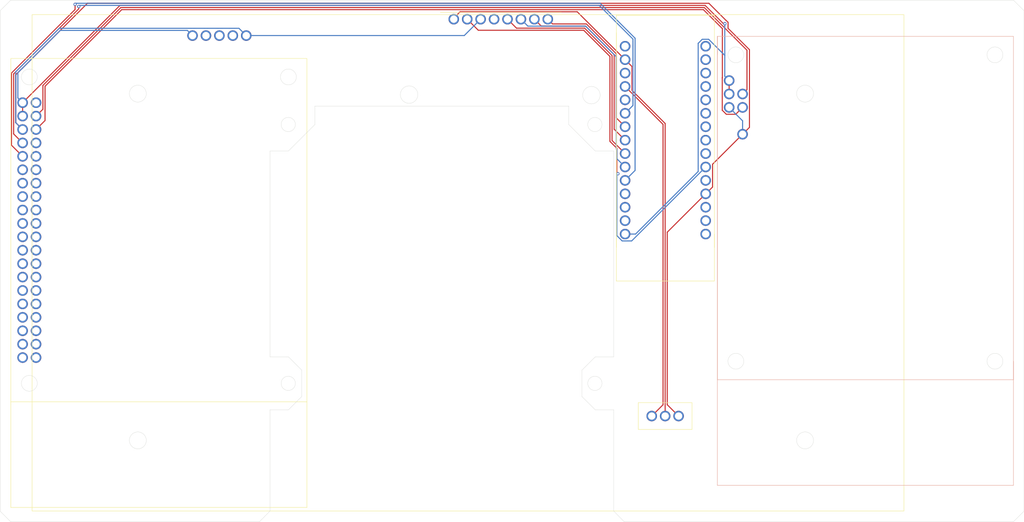
<source format=kicad_pcb>
(kicad_pcb (version 20240108) (generator "pcbnew") (generator_version "8.0")
  (layers (0 "F.Cu" signal) (31 "B.Cu" signal) (34 "B.Paste" user) (35 "F.Paste" user) (36 "B.SilkS" user "B.Silkscreen") (37 "F.SilkS" user "F.Silkscreen") (38 "B.Mask" user) (39 "F.Mask" user) (44 "Edge.Cuts" user))
  (net 0 "")
  (net 3 "/PB00")
  (net 5 "/PA03")
  (net 6 "/3.3V")
  (net 13 "/PA04")
  (net 17 "/PA07")
  (net 18 "/PA05")
  (net 19 "/5V")
  (net 20 "/GND")
  (net 24 "/PA00")
  (net 26 "/PA06")
  (net 28 "/PA02")
  (net 46 "/GPIO 03")
  (net 62 "/GPIO 02")
  (footprint "NUCLEO-F303K8:NUCLEO-F303K8" (layer "F.Cu") (at 194.1 88 180)
    (property "Reference" "U1" (hide yes))
    (property "Value" "~" (hide yes))
    (fp_line (start 20.7 53.465) (end 2.16 53.465) (stroke (width 0.1)) (layer "F.SilkS"))
    (fp_line (start 20.7 50.165) (end 20.7 12.065) (stroke (width 0.1)) (layer "F.SilkS"))
    (fp_line (start 20.7 12.065) (end 20.7 9.525) (stroke (width 0.1)) (layer "F.SilkS"))
    (fp_line (start 20.7 3.175) (end 20.7 53.465) (stroke (width 0.1)) (layer "F.SilkS"))
    (fp_line (start 20.7 3.175) (end 2.16 3.175) (stroke (width 0.1)) (layer "F.SilkS"))
    (fp_line (start 2.16 53.465) (end 2.16 3.175) (stroke (width 0.1)) (layer "F.SilkS"))
    (fp_line (start 2.16 9.525) (end 2.16 12.065) (stroke (width 0.1)) (layer "F.SilkS"))
    (pad "1" thru_hole circle (at 3.81 12.065 180) (size 2 2) (drill 1.4) (layers "*.Cu" "*.Mask"))
    (pad "2" thru_hole circle (at 19.05 12.065 180) (size 2 2) (drill 1.4) (layers "*.Cu" "*.Mask") (net 19 "/5V"))
    (pad "3" thru_hole circle (at 3.81 14.605 180) (size 2 2) (drill 1.4) (layers "*.Cu" "*.Mask"))
    (pad "4" thru_hole circle (at 19.05 14.605 180) (size 2 2) (drill 1.4) (layers "*.Cu" "*.Mask"))
    (pad "5" thru_hole circle (at 3.81 17.145 180) (size 2 2) (drill 1.4) (layers "*.Cu" "*.Mask"))
    (pad "6" thru_hole circle (at 19.05 17.145 180) (size 2 2) (drill 1.4) (layers "*.Cu" "*.Mask"))
    (pad "7" thru_hole circle (at 3.81 19.685 180) (size 2 2) (drill 1.4) (layers "*.Cu" "*.Mask") (net 20 "/GND"))
    (pad "8" thru_hole circle (at 19.05 19.685 180) (size 2 2) (drill 1.4) (layers "*.Cu" "*.Mask"))
    (pad "9" thru_hole circle (at 3.81 22.225 180) (size 2 2) (drill 1.4) (layers "*.Cu" "*.Mask"))
    (pad "10" thru_hole circle (at 19.05 22.225 180) (size 2 2) (drill 1.4) (layers "*.Cu" "*.Mask") (net 28 "/PA02"))
    (pad "11" thru_hole circle (at 3.81 24.765 180) (size 2 2) (drill 1.4) (layers "*.Cu" "*.Mask") (net 3 "/PB00"))
    (pad "12" thru_hole circle (at 19.05 24.765 180) (size 2 2) (drill 1.4) (layers "*.Cu" "*.Mask") (net 17 "/PA07"))
    (pad "13" thru_hole circle (at 3.81 27.305 180) (size 2 2) (drill 1.4) (layers "*.Cu" "*.Mask"))
    (pad "14" thru_hole circle (at 19.05 27.305 180) (size 2 2) (drill 1.4) (layers "*.Cu" "*.Mask") (net 26 "/PA06"))
    (pad "15" thru_hole circle (at 3.81 29.845 180) (size 2 2) (drill 1.4) (layers "*.Cu" "*.Mask"))
    (pad "16" thru_hole circle (at 19.05 29.845 180) (size 2 2) (drill 1.4) (layers "*.Cu" "*.Mask") (net 18 "/PA05"))
    (pad "17" thru_hole circle (at 3.81 32.385 180) (size 2 2) (drill 1.4) (layers "*.Cu" "*.Mask"))
    (pad "18" thru_hole circle (at 19.05 32.385 180) (size 2 2) (drill 1.4) (layers "*.Cu" "*.Mask") (net 13 "/PA04"))
    (pad "19" thru_hole circle (at 3.81 34.925 180) (size 2 2) (drill 1.4) (layers "*.Cu" "*.Mask"))
    (pad "20" thru_hole circle (at 19.05 34.925 180) (size 2 2) (drill 1.4) (layers "*.Cu" "*.Mask") (net 5 "/PA03"))
    (pad "21" thru_hole circle (at 3.81 37.465 180) (size 2 2) (drill 1.4) (layers "*.Cu" "*.Mask"))
    (pad "22" thru_hole circle (at 19.05 37.465 180) (size 2 2) (drill 1.4) (layers "*.Cu" "*.Mask"))
    (pad "23" thru_hole circle (at 3.81 40.005 180) (size 2 2) (drill 1.4) (layers "*.Cu" "*.Mask"))
    (pad "24" thru_hole circle (at 19.05 40.005 180) (size 2 2) (drill 1.4) (layers "*.Cu" "*.Mask") (net 24 "/PA00"))
    (pad "25" thru_hole circle (at 3.81 42.545 180) (size 2 2) (drill 1.4) (layers "*.Cu" "*.Mask"))
    (pad "26" thru_hole circle (at 19.05 42.545 180) (size 2 2) (drill 1.4) (layers "*.Cu" "*.Mask"))
    (pad "27" thru_hole circle (at 3.81 45.085 180) (size 2 2) (drill 1.4) (layers "*.Cu" "*.Mask"))
    (pad "28" thru_hole circle (at 19.05 45.085 180) (size 2 2) (drill 1.4) (layers "*.Cu" "*.Mask") (net 6 "/3.3V"))
    (pad "29" thru_hole circle (at 3.81 47.625 180) (size 2 2) (drill 1.4) (layers "*.Cu" "*.Mask"))
    (pad "30" thru_hole circle (at 19.05 47.625 180) (size 2 2) (drill 1.4) (layers "*.Cu" "*.Mask"))
  )
  (footprint "PassiveBuzzer:PassiveBuzzer" (layer "F.Cu") (at 187.706 107.8484 -90)
    (property "Reference" "U3" (hide yes))
    (property "Value" "~" (hide yes))
    (fp_rect (start 0 0) (end 5.08 10.16) (stroke (width 0.1)) (fill none) (layer "F.SilkS"))
    (pad "1" thru_hole circle (at 2.54 2.54 270) (size 2 2) (drill 1.4) (layers "*.Cu" "*.Mask") (net 20 "/GND"))
    (pad "2" thru_hole circle (at 2.54 5.08 270) (size 2 2) (drill 1.4) (layers "*.Cu" "*.Mask") (net 6 "/3.3V"))
    (pad "3" thru_hole circle (at 2.54 7.62 270) (size 2 2) (drill 1.4) (layers "*.Cu" "*.Mask") (net 24 "/PA00"))
  )
  (footprint "RC522:RC522" (layer "F.Cu") (at 162.9664 32.7152 -90)
    (property "Reference" "U2" (hide yes))
    (property "Value" "~" (hide yes))
    (fp_line (start 1.27 20.32) (end 1.27 22.86) (stroke (width 0.1)) (layer "F.SilkS"))
    (fp_line (start 1.27 20.32) (end 1.27 0) (stroke (width 0.1)) (layer "F.SilkS"))
    (fp_circle (center 16.82 28.77) (end 18.47 28.77) (stroke (width 0.05)) (fill none) (layer "Edge.Cuts"))
    (fp_circle (center 16.92 -5.71) (end 18.57 -5.71) (stroke (width 0.05)) (fill none) (layer "Edge.Cuts"))
    (pad "1" thru_hole circle (at 2.54 2.54 270) (size 2 2) (drill 1.4) (layers "*.Cu" "*.Mask") (net 13 "/PA04"))
    (pad "2" thru_hole circle (at 2.54 5.08 270) (size 2 2) (drill 1.4) (layers "*.Cu" "*.Mask") (net 18 "/PA05"))
    (pad "3" thru_hole circle (at 2.54 7.62 270) (size 2 2) (drill 1.4) (layers "*.Cu" "*.Mask") (net 17 "/PA07"))
    (pad "4" thru_hole circle (at 2.54 10.16 270) (size 2 2) (drill 1.4) (layers "*.Cu" "*.Mask") (net 26 "/PA06"))
    (pad "5" thru_hole circle (at 2.54 12.7 270) (size 2 2) (drill 1.4) (layers "*.Cu" "*.Mask"))
    (pad "6" thru_hole circle (at 2.54 15.24 270) (size 2 2) (drill 1.4) (layers "*.Cu" "*.Mask") (net 20 "/GND"))
    (pad "7" thru_hole circle (at 2.54 17.78 270) (size 2 2) (drill 1.4) (layers "*.Cu" "*.Mask") (net 3 "/PB00"))
    (pad "8" thru_hole circle (at 2.54 20.32 270) (size 2 2) (drill 1.4) (layers "*.Cu" "*.Mask") (net 6 "/3.3V"))
  )
  (footprint "RaspberryPI_7inch-Display:RaspberryPI_7inch-Display" (layer "F.Cu") (at 107.8388 51.6966)
    (property "Reference" "U6" (hide yes))
    (property "Value" "~" (hide yes))
    (fp_rect (start -44.95 -17.3) (end 119.95 76.67) (stroke (width 0.1)) (fill none) (layer "F.SilkS"))
    (fp_circle (center -24.95 -2.35) (end -23.35 -2.35) (stroke (width 0.05)) (fill none) (layer "Edge.Cuts"))
    (fp_circle (center -24.95 63.3) (end -23.35 63.3) (stroke (width 0.05)) (fill none) (layer "Edge.Cuts"))
    (fp_circle (center 3.5 3.5) (end 4.85 3.5) (stroke (width 0.05)) (fill none) (layer "Edge.Cuts"))
    (fp_circle (center 3.5 52.5) (end 4.85 52.5) (stroke (width 0.05)) (fill none) (layer "Edge.Cuts"))
    (fp_circle (center 61.5 3.5) (end 62.85 3.5) (stroke (width 0.05)) (fill none) (layer "Edge.Cuts"))
    (fp_circle (center 61.5 52.5) (end 62.85 52.5) (stroke (width 0.05)) (fill none) (layer "Edge.Cuts"))
    (fp_circle (center 101.25 -2.35) (end 102.85 -2.35) (stroke (width 0.05)) (fill none) (layer "Edge.Cuts"))
    (fp_circle (center 101.25 63.3) (end 102.85 63.3) (stroke (width 0.05)) (fill none) (layer "Edge.Cuts"))
    (pad "1" thru_hole circle (at -14.605 -13.335 90) (size 2 2) (drill 1.4) (layers "*.Cu" "*.Mask") (net 19 "/5V"))
    (pad "2" thru_hole circle (at -12.065 -13.335 90) (size 2 2) (drill 1.4) (layers "*.Cu" "*.Mask"))
    (pad "3" thru_hole circle (at -9.525 -13.335 90) (size 2 2) (drill 1.4) (layers "*.Cu" "*.Mask"))
    (pad "4" thru_hole circle (at -6.985 -13.335 90) (size 2 2) (drill 1.4) (layers "*.Cu" "*.Mask"))
    (pad "5" thru_hole circle (at -4.445 -13.335 90) (size 2 2) (drill 1.4) (layers "*.Cu" "*.Mask") (net 20 "/GND"))
  )
  (footprint "RaspberryPI_UPS:RaspberryPI_UPS" (layer "B.Cu") (at 196 42 180)
    (property "Reference" "U5" (hide yes))
    (property "Value" "~" (hide yes))
    (fp_line (start 3.5 3.4932) (end 3.5 -0.0068) (stroke (width 0.1)) (layer "B.SilkS"))
    (fp_line (start 3.5 -81.5068) (end 3.5 3.4932) (stroke (width 0.1)) (layer "B.SilkS"))
    (fp_line (start -52.5 -61.5068) (end -52.5 -58.0068) (stroke (width 0.1)) (layer "B.SilkS"))
    (fp_line (start -52.5 -61.5068) (end -52.5 -81.5068) (stroke (width 0.1)) (layer "B.SilkS"))
    (fp_line (start -52.5 -81.5068) (end 3.5 -81.5068) (stroke (width 0.1)) (layer "B.SilkS"))
    (fp_rect (start -52.5 3.4932) (end 3.5 -61.5068) (stroke (width 0.1)) (fill none) (layer "B.SilkS"))
    (fp_circle (center 0 -0.0068) (end 1.5 -0.0068) (stroke (width 0.05)) (fill none) (layer "Edge.Cuts"))
    (fp_circle (center 0 -58.0068) (end 1.5 -58.0068) (stroke (width 0.05)) (fill none) (layer "Edge.Cuts"))
    (fp_circle (center -49 -0.0068) (end -47.5 -0.0068) (stroke (width 0.05)) (fill none) (layer "Edge.Cuts"))
    (fp_circle (center -49 -58.0068) (end -47.5 -58.0068) (stroke (width 0.05)) (fill none) (layer "Edge.Cuts"))
    (pad "1" thru_hole circle (at 1.27 -4.8768 180) (size 2 2) (drill 1.4) (layers "*.Cu" "*.Mask") (net 19 "/5V"))
    (pad "2" thru_hole circle (at -1.27 -7.4168 180) (size 2 2) (drill 1.4) (layers "*.Cu" "*.Mask") (net 62 "/GPIO 02"))
    (pad "3" thru_hole circle (at 1.27 -7.4168 180) (size 2 2) (drill 1.4) (layers "*.Cu" "*.Mask") (net 19 "/5V"))
    (pad "4" thru_hole circle (at -1.27 -9.9568 180) (size 2 2) (drill 1.4) (layers "*.Cu" "*.Mask") (net 46 "/GPIO 03"))
    (pad "5" thru_hole circle (at 1.27 -9.9568 180) (size 2 2) (drill 1.4) (layers "*.Cu" "*.Mask") (net 20 "/GND"))
    (pad "6" thru_hole circle (at -1.27 -15.0368 180) (size 2 2) (drill 1.4) (layers "*.Cu" "*.Mask") (net 20 "/GND"))
  )
  (footprint "RaspberryPI_4B:RaspberryPI_4B" (layer "B.Cu") (at 60.568 78.7916 180)
    (property "Reference" "U4" (hide yes))
    (property "Value" "~" (hide yes))
    (fp_line (start 1.7 -48.9) (end 1.7 -28.9) (stroke (width 0.1)) (layer "F.SilkS"))
    (fp_line (start 1.7 -48.9) (end -54.3 -48.9) (stroke (width 0.1)) (layer "F.SilkS"))
    (fp_line (start -54.3 -48.9) (end -54.3 -28.9) (stroke (width 0.1)) (layer "F.SilkS"))
    (fp_rect (start -54.3 36.1) (end 1.7 -28.9) (stroke (width 0.1)) (fill none) (layer "F.SilkS"))
    (fp_circle (center -1.8 32.6) (end -0.3 32.6) (stroke (width 0.05)) (fill none) (layer "Edge.Cuts"))
    (fp_circle (center -1.8 -25.4) (end -0.3 -25.4) (stroke (width 0.05)) (fill none) (layer "Edge.Cuts"))
    (fp_circle (center -50.8 32.6) (end -49.3 32.6) (stroke (width 0.05)) (fill none) (layer "Edge.Cuts"))
    (pad "1" thru_hole circle (at -3.07 27.73 180) (size 2 2) (drill 1.4) (layers "*.Cu" "*.Mask"))
    (pad "2" thru_hole circle (at -0.53 27.73 180) (size 2 2) (drill 1.4) (layers "*.Cu" "*.Mask") (net 19 "/5V"))
    (pad "3" thru_hole circle (at -3.07 25.19 180) (size 2 2) (drill 1.4) (layers "*.Cu" "*.Mask") (net 62 "/GPIO 02"))
    (pad "4" thru_hole circle (at -0.53 25.19 180) (size 2 2) (drill 1.4) (layers "*.Cu" "*.Mask") (net 19 "/5V"))
    (pad "5" thru_hole circle (at -3.07 22.65 180) (size 2 2) (drill 1.4) (layers "*.Cu" "*.Mask") (net 46 "/GPIO 03"))
    (pad "6" thru_hole circle (at -0.53 22.65 180) (size 2 2) (drill 1.4) (layers "*.Cu" "*.Mask") (net 20 "/GND"))
    (pad "7" thru_hole circle (at -3.07 20.11 180) (size 2 2) (drill 1.4) (layers "*.Cu" "*.Mask"))
    (pad "8" thru_hole circle (at -0.53 20.11 180) (size 2 2) (drill 1.4) (layers "*.Cu" "*.Mask") (net 5 "/PA03"))
    (pad "9" thru_hole circle (at -3.07 17.57 180) (size 2 2) (drill 1.4) (layers "*.Cu" "*.Mask"))
    (pad "10" thru_hole circle (at -0.53 17.57 180) (size 2 2) (drill 1.4) (layers "*.Cu" "*.Mask") (net 28 "/PA02"))
    (pad "11" thru_hole circle (at -3.07 15.03 180) (size 2 2) (drill 1.4) (layers "*.Cu" "*.Mask"))
    (pad "12" thru_hole circle (at -0.53 15.03 180) (size 2 2) (drill 1.4) (layers "*.Cu" "*.Mask"))
    (pad "13" thru_hole circle (at -3.07 12.49 180) (size 2 2) (drill 1.4) (layers "*.Cu" "*.Mask"))
    (pad "14" thru_hole circle (at -0.53 12.49 180) (size 2 2) (drill 1.4) (layers "*.Cu" "*.Mask"))
    (pad "15" thru_hole circle (at -3.07 9.95 180) (size 2 2) (drill 1.4) (layers "*.Cu" "*.Mask"))
    (pad "16" thru_hole circle (at -0.53 9.95 180) (size 2 2) (drill 1.4) (layers "*.Cu" "*.Mask"))
    (pad "17" thru_hole circle (at -3.07 7.41 180) (size 2 2) (drill 1.4) (layers "*.Cu" "*.Mask"))
    (pad "18" thru_hole circle (at -0.53 7.41 180) (size 2 2) (drill 1.4) (layers "*.Cu" "*.Mask"))
    (pad "19" thru_hole circle (at -3.07 4.87 180) (size 2 2) (drill 1.4) (layers "*.Cu" "*.Mask"))
    (pad "20" thru_hole circle (at -0.53 4.87 180) (size 2 2) (drill 1.4) (layers "*.Cu" "*.Mask"))
    (pad "21" thru_hole circle (at -3.07 2.33 180) (size 2 2) (drill 1.4) (layers "*.Cu" "*.Mask"))
    (pad "22" thru_hole circle (at -0.53 2.33 180) (size 2 2) (drill 1.4) (layers "*.Cu" "*.Mask"))
    (pad "23" thru_hole circle (at -3.07 -0.21 180) (size 2 2) (drill 1.4) (layers "*.Cu" "*.Mask"))
    (pad "24" thru_hole circle (at -0.53 -0.21 180) (size 2 2) (drill 1.4) (layers "*.Cu" "*.Mask"))
    (pad "25" thru_hole circle (at -3.07 -2.75 180) (size 2 2) (drill 1.4) (layers "*.Cu" "*.Mask"))
    (pad "26" thru_hole circle (at -0.53 -2.75 180) (size 2 2) (drill 1.4) (layers "*.Cu" "*.Mask"))
    (pad "27" thru_hole circle (at -3.07 -5.29 180) (size 2 2) (drill 1.4) (layers "*.Cu" "*.Mask"))
    (pad "28" thru_hole circle (at -0.53 -5.29 180) (size 2 2) (drill 1.4) (layers "*.Cu" "*.Mask"))
    (pad "29" thru_hole circle (at -3.07 -7.83 180) (size 2 2) (drill 1.4) (layers "*.Cu" "*.Mask"))
    (pad "30" thru_hole circle (at -0.53 -7.83 180) (size 2 2) (drill 1.4) (layers "*.Cu" "*.Mask"))
    (pad "31" thru_hole circle (at -3.07 -10.37 180) (size 2 2) (drill 1.4) (layers "*.Cu" "*.Mask"))
    (pad "32" thru_hole circle (at -0.53 -10.37 180) (size 2 2) (drill 1.4) (layers "*.Cu" "*.Mask"))
    (pad "33" thru_hole circle (at -3.07 -12.91 180) (size 2 2) (drill 1.4) (layers "*.Cu" "*.Mask"))
    (pad "34" thru_hole circle (at -0.53 -12.91 180) (size 2 2) (drill 1.4) (layers "*.Cu" "*.Mask"))
    (pad "35" thru_hole circle (at -3.07 -15.45 180) (size 2 2) (drill 1.4) (layers "*.Cu" "*.Mask"))
    (pad "36" thru_hole circle (at -0.53 -15.45 180) (size 2 2) (drill 1.4) (layers "*.Cu" "*.Mask"))
    (pad "37" thru_hole circle (at -3.07 -17.99 180) (size 2 2) (drill 1.4) (layers "*.Cu" "*.Mask"))
    (pad "38" thru_hole circle (at -0.53 -17.99 180) (size 2 2) (drill 1.4) (layers "*.Cu" "*.Mask"))
    (pad "39" thru_hole circle (at -3.07 -20.53 180) (size 2 2) (drill 1.4) (layers "*.Cu" "*.Mask"))
    (pad "40" thru_hole circle (at -0.53 -20.53 180) (size 2 2) (drill 1.4) (layers "*.Cu" "*.Mask"))
  )
  (gr_line (start 116.388 51.695) (end 164.388 51.695) (stroke (width 0.05)) (layer "Edge.Cuts"))
  (gr_line (start 107.888 128.365) (end 107.888 109.195) (stroke (width 0.05)) (layer "Edge.Cuts"))
  (gr_line (start 166.888 106.695) (end 169.388 109.195) (stroke (width 0.05)) (layer "Edge.Cuts"))
  (gr_line (start 107.888 109.195) (end 111.388 109.195) (stroke (width 0.05)) (layer "Edge.Cuts"))
  (gr_line (start 111.388 99.195) (end 107.888 99.195) (stroke (width 0.05)) (layer "Edge.Cuts"))
  (gr_line (start 107.888 60.195) (end 111.388 60.195) (stroke (width 0.05)) (layer "Edge.Cuts"))
  (gr_line (start 250.4948 128.4036) (end 250.4948 33.6484) (stroke (width 0.05)) (layer "Edge.Cuts"))
  (gr_line (start 169.388 60.195) (end 172.888 60.195) (stroke (width 0.05)) (layer "Edge.Cuts"))
  (gr_line (start 169.388 99.195) (end 166.888 101.695) (stroke (width 0.05)) (layer "Edge.Cuts"))
  (gr_line (start 107.888 99.195) (end 107.888 60.195) (stroke (width 0.05)) (layer "Edge.Cuts"))
  (gr_line (start 248.4948 130.4036) (end 250.4948 128.4036) (stroke (width 0.05)) (layer "Edge.Cuts"))
  (gr_line (start 250.4948 33.6484) (end 248.4948 31.6484) (stroke (width 0.05)) (layer "Edge.Cuts"))
  (gr_line (start 113.888 106.695) (end 113.888 101.695) (stroke (width 0.05)) (layer "Edge.Cuts"))
  (gr_line (start 172.888 99.195) (end 169.388 99.195) (stroke (width 0.05)) (layer "Edge.Cuts"))
  (gr_line (start 172.888 109.195) (end 172.888 128.365) (stroke (width 0.05)) (layer "Edge.Cuts"))
  (gr_line (start 164.388 51.695) (end 164.388 55.195) (stroke (width 0.05)) (layer "Edge.Cuts"))
  (gr_line (start 172.888 60.195) (end 172.888 99.195) (stroke (width 0.05)) (layer "Edge.Cuts"))
  (gr_line (start 113.888 101.695) (end 111.388 99.195) (stroke (width 0.05)) (layer "Edge.Cuts"))
  (gr_line (start 248.4948 130.4036) (end 174.888 130.4036) (stroke (width 0.05)) (layer "Edge.Cuts"))
  (gr_line (start 166.888 101.695) (end 166.888 106.695) (stroke (width 0.05)) (layer "Edge.Cuts"))
  (gr_line (start 116.388 55.195) (end 111.388 60.195) (stroke (width 0.05)) (layer "Edge.Cuts"))
  (gr_line (start 169.388 109.195) (end 172.888 109.195) (stroke (width 0.05)) (layer "Edge.Cuts"))
  (gr_line (start 56.8452 33.6484) (end 56.8452 128.4036) (stroke (width 0.05)) (layer "Edge.Cuts"))
  (gr_line (start 111.388 109.195) (end 113.888 106.695) (stroke (width 0.05)) (layer "Edge.Cuts"))
  (gr_line (start 174.888 130.4036) (end 172.888 128.365) (stroke (width 0.05)) (layer "Edge.Cuts"))
  (gr_line (start 164.388 55.195) (end 169.388 60.195) (stroke (width 0.05)) (layer "Edge.Cuts"))
  (gr_line (start 116.388 55.195) (end 116.388 51.695) (stroke (width 0.05)) (layer "Edge.Cuts"))
  (gr_line (start 58.8452 130.4036) (end 56.8452 128.4036) (stroke (width 0.05)) (layer "Edge.Cuts"))
  (gr_line (start 56.8452 33.6484) (end 58.8452 31.6484) (stroke (width 0.05)) (layer "Edge.Cuts"))
  (gr_line (start 248.4948 31.6484) (end 58.8452 31.6484) (stroke (width 0.05)) (layer "Edge.Cuts"))
  (gr_line (start 105.888 130.4036) (end 107.888 128.365) (stroke (width 0.05)) (layer "Edge.Cuts"))
  (gr_line (start 105.888 130.4036) (end 58.8452 130.4036) (stroke (width 0.05)) (layer "Edge.Cuts"))
  (segment (start 167.227456 37.3552) (end 147.2864 37.3552) (width 0.2) (layer "F.Cu") (net 3))
  (segment (start 173.688 64.516) (end 173.488 64.316) (width 0.2) (layer "F.Cu") (net 3))
  (segment (start 172.1804 58.391086) (end 172.1804 42.308144) (width 0.2) (layer "F.Cu") (net 3))
  (segment (start 172.1804 42.308144) (end 167.227456 37.3552) (width 0.2) (layer "F.Cu") (net 3))
  (segment (start 173.488 64.316) (end 173.488 59.698686) (width 0.2) (layer "F.Cu") (net 3))
  (segment (start 173.488 59.698686) (end 172.1804 58.391086) (width 0.2) (layer "F.Cu") (net 3))
  (segment (start 147.2864 37.3552) (end 145.1864 35.2552) (width 0.2) (layer "F.Cu") (net 3))
  (via (at 173.688 64.516) (size 0.6) (drill 0.3) (layers "F.Cu" "B.Cu") (net 3))
  (segment (start 174.4916 77.235) (end 176.29 77.235) (width 0.2) (layer "B.Cu") (net 3))
  (segment (start 173.688 64.516) (end 173.488 64.716) (width 0.2) (layer "B.Cu") (net 3))
  (segment (start 176.29 77.235) (end 190.29 63.235) (width 0.2) (layer "B.Cu") (net 3))
  (segment (start 173.488 76.2314) (end 174.4916 77.235) (width 0.2) (layer "B.Cu") (net 3))
  (segment (start 173.488 64.716) (end 173.488 76.2314) (width 0.2) (layer "B.Cu") (net 3))
  (segment (start 59.398 56.9816) (end 61.098 58.6816) (width 0.2) (layer "F.Cu") (net 5))
  (segment (start 71.713073 32.8484) (end 71.713073 33.299902) (width 0.2) (layer "F.Cu") (net 5))
  (segment (start 59.398 45.614975) (end 59.398 56.9816) (width 0.2) (layer "F.Cu") (net 5))
  (segment (start 71.713073 33.299902) (end 59.398 45.614975) (width 0.2) (layer "F.Cu") (net 5))
  (via (at 71.713073 32.8484) (size 0.6) (drill 0.3) (layers "F.Cu" "B.Cu") (net 5))
  (segment (start 170.157114 32.6484) (end 176.5364 39.027686) (width 0.2) (layer "B.Cu") (net 5))
  (segment (start 175.05 52.823344) (end 175.05 53.075) (width 0.2) (layer "B.Cu") (net 5))
  (segment (start 176.5364 39.027686) (end 176.5364 51.5886) (width 0.2) (layer "B.Cu") (net 5))
  (segment (start 71.713073 32.8484) (end 71.913073 32.6484) (width 0.2) (layer "B.Cu") (net 5))
  (segment (start 71.913073 32.6484) (end 170.157114 32.6484) (width 0.2) (layer "B.Cu") (net 5))
  (segment (start 176.5364 51.5886) (end 175.05 53.075) (width 0.2) (layer "B.Cu") (net 5))
  (segment (start 182.626 55.005314) (end 176.35 48.729314) (width 0.2) (layer "F.Cu") (net 6))
  (segment (start 176.35 44.215) (end 175.05 42.915) (width 0.2) (layer "F.Cu") (net 6))
  (segment (start 182.626 110.3884) (end 182.626 55.005314) (width 0.2) (layer "F.Cu") (net 6))
  (segment (start 176.35 48.729314) (end 176.35 44.215) (width 0.2) (layer "F.Cu") (net 6))
  (segment (start 175.05 42.915) (end 165.9834 33.8484) (width 0.2) (layer "F.Cu") (net 6))
  (segment (start 165.9834 33.8484) (end 143.85 33.8484) (width 0.2) (layer "F.Cu") (net 6))
  (segment (start 143.85 33.8484) (end 142.6972 35.0012) (width 0.2) (layer "F.Cu") (net 6))
  (segment (start 173.3804 53.9454) (end 173.3804 41.811086) (width 0.2) (layer "F.Cu") (net 13))
  (segment (start 161.3264 36.1552) (end 160.4264 35.2552) (width 0.2) (layer "F.Cu") (net 13))
  (segment (start 175.05 55.615) (end 173.3804 53.9454) (width 0.2) (layer "F.Cu") (net 13))
  (segment (start 173.3804 41.811086) (end 167.724514 36.1552) (width 0.2) (layer "F.Cu") (net 13))
  (segment (start 167.724514 36.1552) (end 161.3264 36.1552) (width 0.2) (layer "F.Cu") (net 13))
  (segment (start 173.3804 42.3672) (end 173.3804 59.838872) (width 0.2) (layer "B.Cu") (net 17))
  (segment (start 167.5892 36.576) (end 173.3804 42.3672) (width 0.2) (layer "B.Cu") (net 17))
  (segment (start 173.3804 59.838872) (end 173.488 59.946472) (width 0.2) (layer "B.Cu") (net 17))
  (segment (start 173.488 59.946472) (end 173.488 61.673) (width 0.2) (layer "B.Cu") (net 17))
  (segment (start 173.488 61.673) (end 175.05 63.235) (width 0.2) (layer "B.Cu") (net 17))
  (segment (start 156.6672 36.576) (end 167.5892 36.576) (width 0.2) (layer "B.Cu") (net 17))
  (segment (start 155.3464 35.2552) (end 156.6672 36.576) (width 0.2) (layer "B.Cu") (net 17))
  (segment (start 159.1864 36.5552) (end 157.8864 35.2552) (width 0.2) (layer "F.Cu") (net 18))
  (segment (start 175.0458 58.155) (end 172.9804 56.0896) (width 0.2) (layer "F.Cu") (net 18))
  (segment (start 175.05 58.155) (end 175.0458 58.155) (width 0.2) (layer "F.Cu") (net 18))
  (segment (start 172.9804 56.0896) (end 172.9804 41.976772) (width 0.2) (layer "F.Cu") (net 18))
  (segment (start 167.558828 36.5552) (end 159.1864 36.5552) (width 0.2) (layer "F.Cu") (net 18))
  (segment (start 172.9804 41.976772) (end 167.558828 36.5552) (width 0.2) (layer "F.Cu") (net 18))
  (segment (start 190.186086 32.6484) (end 79.5112 32.6484) (width 0.2) (layer "F.Cu") (net 19))
  (segment (start 193.638621 36.100935) (end 190.186086 32.6484) (width 0.2) (layer "F.Cu") (net 19))
  (segment (start 61.098 51.0616) (end 61.098 53.6016) (width 0.2) (layer "F.Cu") (net 19))
  (segment (start 193.921465 36.100935) (end 193.638621 36.100935) (width 0.2) (layer "F.Cu") (net 19))
  (segment (start 194.73 46.8768) (end 194.73 49.4168) (width 0.2) (layer "F.Cu") (net 19))
  (segment (start 79.5112 32.6484) (end 61.098 51.0616) (width 0.2) (layer "F.Cu") (net 19))
  (via (at 193.921465 36.100935) (size 0.6) (drill 0.3) (layers "F.Cu" "B.Cu") (net 19))
  (segment (start 189.6364 39.0652) (end 190.8556 39.0652) (width 0.2) (layer "B.Cu") (net 19))
  (segment (start 68.216624 37.3824) (end 61.072229 44.526795) (width 0.2) (layer "B.Cu") (net 19))
  (segment (start 188.8744 64.084914) (end 188.8744 39.8272) (width 0.2) (layer "B.Cu") (net 19))
  (segment (start 60.815889 44.762772) (end 60.198 45.380661) (width 0.2) (layer "B.Cu") (net 19))
  (segment (start 61.072229 44.526795) (end 60.815889 44.762772) (width 0.2) (layer "B.Cu") (net 19))
  (segment (start 175.05 75.935) (end 177.024314 75.935) (width 0.2) (layer "B.Cu") (net 19))
  (segment (start 193.921465 36.100935) (end 193.898596 36.123804) (width 0.2) (layer "B.Cu") (net 19))
  (segment (start 188.8744 39.8272) (end 189.6364 39.0652) (width 0.2) (layer "B.Cu") (net 19))
  (segment (start 60.198 45.380661) (end 60.198 50.1616) (width 0.2) (layer "B.Cu") (net 19))
  (segment (start 177.024314 75.935) (end 188.8744 64.084914) (width 0.2) (layer "B.Cu") (net 19))
  (segment (start 193.898596 36.123804) (end 193.898596 46.045396) (width 0.2) (layer "B.Cu") (net 19))
  (segment (start 193.898596 46.045396) (end 194.73 46.8768) (width 0.2) (layer "B.Cu") (net 19))
  (segment (start 190.8556 39.0652) (end 193.898596 42.108196) (width 0.2) (layer "B.Cu") (net 19))
  (segment (start 60.198 50.1616) (end 61.098 51.0616) (width 0.2) (layer "B.Cu") (net 19))
  (segment (start 92.2546 37.3824) (end 68.216624 37.3824) (width 0.2) (layer "B.Cu") (net 19))
  (segment (start 93.2338 38.3616) (end 92.2546 37.3824) (width 0.2) (layer "B.Cu") (net 19))
  (segment (start 73.350624 32.2484) (end 61.072229 44.526795) (width 0.2) (layer "F.Cu") (net 20))
  (segment (start 191.59 67.0328) (end 191.59 62.7148) (width 0.2) (layer "F.Cu") (net 20))
  (segment (start 190.3078 68.315) (end 191.59 67.0328) (width 0.2) (layer "F.Cu") (net 20))
  (segment (start 59.798 54.8416) (end 61.098 56.1416) (width 0.2) (layer "F.Cu") (net 20))
  (segment (start 190.29 68.315) (end 190.3078 68.315) (width 0.2) (layer "F.Cu") (net 20))
  (segment (start 197.268 57.0368) (end 197.27 57.0368) (width 0.2) (layer "F.Cu") (net 20))
  (segment (start 194.169994 35.500935) (end 194.149335 35.500935) (width 0.2) (layer "F.Cu") (net 20))
  (segment (start 185.166 110.3884) (end 183.026 108.2484) (width 0.2) (layer "F.Cu") (net 20))
  (segment (start 183.026 108.2484) (end 183.026 75.579) (width 0.2) (layer "F.Cu") (net 20))
  (segment (start 60.815889 44.762772) (end 59.798 45.780661) (width 0.2) (layer "F.Cu") (net 20))
  (segment (start 59.798 45.780661) (end 59.798 54.8416) (width 0.2) (layer "F.Cu") (net 20))
  (segment (start 194.521465 35.852406) (end 194.169994 35.500935) (width 0.2) (layer "F.Cu") (net 20))
  (segment (start 198.57 41.032315) (end 194.521465 36.98378) (width 0.2) (layer "F.Cu") (net 20))
  (segment (start 183.026 75.579) (end 190.29 68.315) (width 0.2) (layer "F.Cu") (net 20))
  (segment (start 194.521465 36.98378) (end 194.521465 35.852406) (width 0.2) (layer "F.Cu") (net 20))
  (segment (start 197.27 57.0368) (end 198.57 55.7368) (width 0.2) (layer "F.Cu") (net 20))
  (segment (start 61.072229 44.526795) (end 60.815889 44.762772) (width 0.2) (layer "F.Cu") (net 20))
  (segment (start 198.57 55.7368) (end 198.57 41.032315) (width 0.2) (layer "F.Cu") (net 20))
  (segment (start 194.149335 35.500935) (end 190.8968 32.2484) (width 0.2) (layer "F.Cu") (net 20))
  (segment (start 190.8968 32.2484) (end 73.350624 32.2484) (width 0.2) (layer "F.Cu") (net 20))
  (segment (start 191.59 62.7148) (end 197.268 57.0368) (width 0.2) (layer "F.Cu") (net 20))
  (segment (start 144.6276 38.354) (end 147.7264 35.2552) (width 0.2) (layer "B.Cu") (net 20))
  (segment (start 103.4014 38.354) (end 144.6276 38.354) (width 0.2) (layer "B.Cu") (net 20))
  (segment (start 103.3938 38.3616) (end 103.4014 38.354) (width 0.2) (layer "B.Cu") (net 20))
  (segment (start 61.098 56.1416) (end 59.798 54.8416) (width 0.2) (layer "B.Cu") (net 20))
  (segment (start 102.0146 36.9824) (end 103.3938 38.3616) (width 0.2) (layer "B.Cu") (net 20))
  (segment (start 59.798 45.214975) (end 68.030575 36.9824) (width 0.2) (layer "B.Cu") (net 20))
  (segment (start 59.798 54.8416) (end 59.798 45.214975) (width 0.2) (layer "B.Cu") (net 20))
  (segment (start 197.27 54.4968) (end 197.27 57.0368) (width 0.2) (layer "B.Cu") (net 20))
  (segment (start 194.73 51.9568) (end 197.27 54.4968) (width 0.2) (layer "B.Cu") (net 20))
  (segment (start 68.030575 36.9824) (end 102.0146 36.9824) (width 0.2) (layer "B.Cu") (net 20))
  (segment (start 180.086 110.3884) (end 182.226 108.2484) (width 0.2) (layer "F.Cu") (net 24))
  (segment (start 182.226 55.171) (end 175.05 47.995) (width 0.2) (layer "F.Cu") (net 24))
  (segment (start 182.226 108.2484) (end 182.226 55.171) (width 0.2) (layer "F.Cu") (net 24))
  (segment (start 152.8064 35.2552) (end 154.5064 36.9552) (width 0.2) (layer "F.Cu") (net 26))
  (segment (start 172.5804 42.142458) (end 172.5804 58.2254) (width 0.2) (layer "F.Cu") (net 26))
  (segment (start 172.5804 58.2254) (end 175.05 60.695) (width 0.2) (layer "F.Cu") (net 26))
  (segment (start 154.5064 36.9552) (end 167.393142 36.9552) (width 0.2) (layer "F.Cu") (net 26))
  (segment (start 167.393142 36.9552) (end 172.5804 42.142458) (width 0.2) (layer "F.Cu") (net 26))
  (segment (start 58.998 59.1216) (end 61.098 61.2216) (width 0.2) (layer "F.Cu") (net 28))
  (segment (start 71.020251 32.4484) (end 71.020251 33.427038) (width 0.2) (layer "F.Cu") (net 28))
  (segment (start 71.020251 33.427038) (end 58.998 45.449289) (width 0.2) (layer "F.Cu") (net 28))
  (segment (start 58.998 45.449289) (end 58.998 59.1216) (width 0.2) (layer "F.Cu") (net 28))
  (via (at 71.020251 32.4484) (size 0.6) (drill 0.3) (layers "F.Cu" "B.Cu") (net 28))
  (segment (start 71.020251 32.4484) (end 71.220251 32.2484) (width 0.2) (layer "B.Cu") (net 28))
  (segment (start 71.220251 32.2484) (end 170.3228 32.2484) (width 0.2) (layer "B.Cu") (net 28))
  (segment (start 170.3228 32.2484) (end 176.9364 38.862) (width 0.2) (layer "B.Cu") (net 28))
  (segment (start 176.9364 38.862) (end 176.9364 63.8886) (width 0.2) (layer "B.Cu") (net 28))
  (segment (start 176.9364 63.8886) (end 175.05 65.775) (width 0.2) (layer "B.Cu") (net 28))
  (segment (start 193.4464 37.040086) (end 189.854714 33.4484) (width 0.2) (layer "F.Cu") (net 46))
  (segment (start 65.338 54.4416) (end 63.638 56.1416) (width 0.2) (layer "F.Cu") (net 46))
  (segment (start 79.842572 33.4484) (end 65.338 47.952972) (width 0.2) (layer "F.Cu") (net 46))
  (segment (start 189.854714 33.4484) (end 79.842572 33.4484) (width 0.2) (layer "F.Cu") (net 46))
  (segment (start 193.43 46.338322) (end 193.4464 46.321922) (width 0.2) (layer "F.Cu") (net 46))
  (segment (start 65.338 47.952972) (end 65.338 54.4416) (width 0.2) (layer "F.Cu") (net 46))
  (segment (start 194.191522 53.2568) (end 193.43 52.495278) (width 0.2) (layer "F.Cu") (net 46))
  (segment (start 197.27 51.9568) (end 195.97 53.2568) (width 0.2) (layer "F.Cu") (net 46))
  (segment (start 195.97 53.2568) (end 194.191522 53.2568) (width 0.2) (layer "F.Cu") (net 46))
  (segment (start 193.4464 46.321922) (end 193.4464 37.040086) (width 0.2) (layer "F.Cu") (net 46))
  (segment (start 193.43 52.495278) (end 193.43 46.338322) (width 0.2) (layer "F.Cu") (net 46))
  (segment (start 64.938 47.787286) (end 64.938 52.3016) (width 0.2) (layer "F.Cu") (net 62))
  (segment (start 64.938 52.3016) (end 63.638 53.6016) (width 0.2) (layer "F.Cu") (net 62))
  (segment (start 197.27 49.4168) (end 198.102438 48.584362) (width 0.2) (layer "F.Cu") (net 62))
  (segment (start 190.0204 33.0484) (end 79.676886 33.0484) (width 0.2) (layer "F.Cu") (net 62))
  (segment (start 79.676886 33.0484) (end 64.938 47.787286) (width 0.2) (layer "F.Cu") (net 62))
  (segment (start 198.102438 48.584362) (end 198.102438 41.130438) (width 0.2) (layer "F.Cu") (net 62))
  (segment (start 198.102438 41.130438) (end 190.0204 33.0484) (width 0.2) (layer "F.Cu") (net 62))
)
</source>
